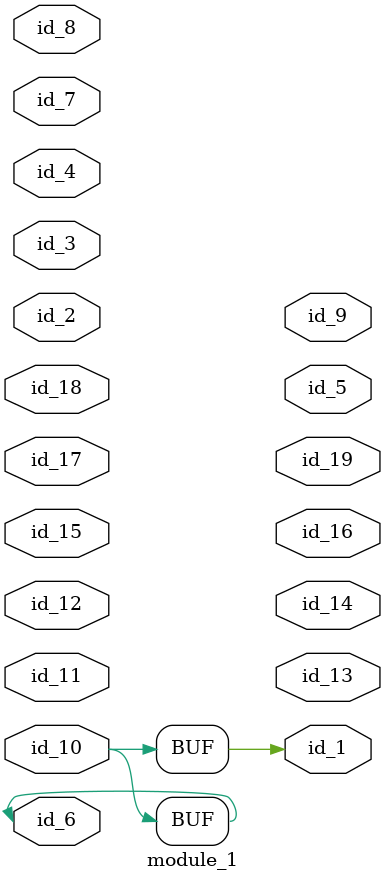
<source format=v>
module module_0 ();
  wire id_1;
  assign id_1 = id_1;
endmodule
module module_1 (
    id_1,
    id_2,
    id_3,
    id_4,
    id_5,
    id_6,
    id_7,
    id_8,
    id_9,
    id_10,
    id_11,
    id_12,
    id_13,
    id_14,
    id_15,
    id_16,
    id_17,
    id_18,
    id_19
);
  output wire id_19;
  inout wire id_18;
  input wire id_17;
  output wire id_16;
  inout wire id_15;
  output wire id_14;
  output wire id_13;
  inout wire id_12;
  inout wire id_11;
  input wire id_10;
  output wire id_9;
  inout wire id_8;
  inout wire id_7;
  input wire id_6;
  output wire id_5;
  input wire id_4;
  inout wire id_3;
  input wire id_2;
  output wire id_1;
  always id_1 = #1 id_6 == 1;
  assign id_1 = id_10;
  wire id_20;
  module_0 modCall_1 ();
endmodule

</source>
